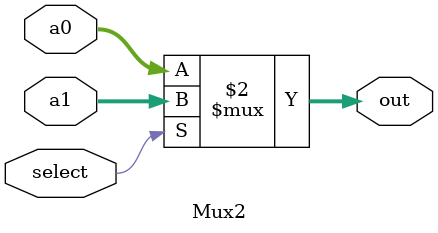
<source format=v>
`ifndef __MUX_V__
`define __MUX_V__
`include "./macro.vh"
`timescale 1ns / 1ps

module Mux4 #(parameter WIDTH=8)
(
    input [WIDTH-1:0] a0,
    input [WIDTH-1:0] a1,
    input [WIDTH-1:0] a2,
    input [WIDTH-1:0] a3,
    input [1:0] select,
    output [WIDTH-1:0] out
);
    assign out= (select==0)? a0 :
                (select==1)? a1 :
                (select==2)? a2 :
                a3;
endmodule // mux4

module Mux2 #(parameter WIDTH=16)
(
    input [WIDTH-1:0] a0,
    input [WIDTH-1:0] a1,
    input select,
    output [WIDTH-1:0] out
);
    assign out= (select==0)?a0:a1;
endmodule // mux2

`endif
</source>
